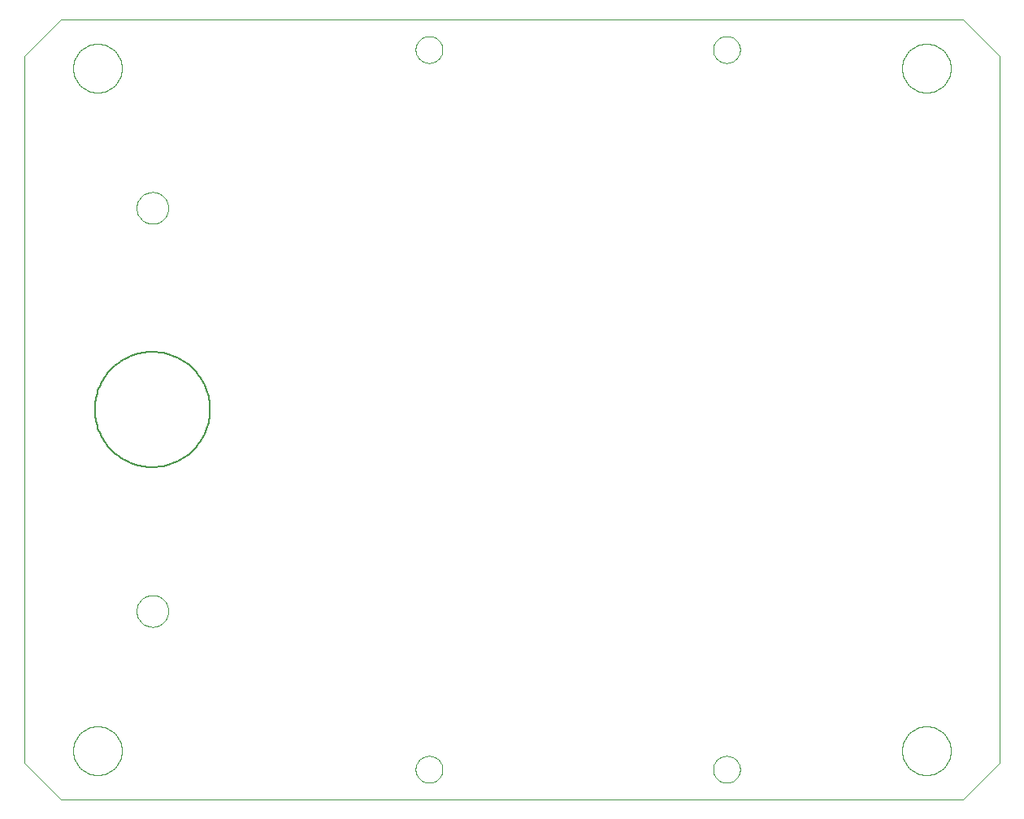
<source format=gko>
G75*
%MOIN*%
%OFA0B0*%
%FSLAX24Y24*%
%IPPOS*%
%LPD*%
%AMOC8*
5,1,8,0,0,1.08239X$1,22.5*
%
%ADD10C,0.0000*%
%ADD11C,0.0050*%
D10*
X003560Y007950D02*
X040560Y007950D01*
X042060Y009450D01*
X042060Y038450D01*
X040560Y039950D01*
X003560Y039950D01*
X002060Y038450D01*
X002060Y009450D01*
X003560Y007950D01*
X004060Y009950D02*
X004062Y010013D01*
X004068Y010075D01*
X004078Y010137D01*
X004091Y010199D01*
X004109Y010259D01*
X004130Y010318D01*
X004155Y010376D01*
X004184Y010432D01*
X004216Y010486D01*
X004251Y010538D01*
X004289Y010587D01*
X004331Y010635D01*
X004375Y010679D01*
X004423Y010721D01*
X004472Y010759D01*
X004524Y010794D01*
X004578Y010826D01*
X004634Y010855D01*
X004692Y010880D01*
X004751Y010901D01*
X004811Y010919D01*
X004873Y010932D01*
X004935Y010942D01*
X004997Y010948D01*
X005060Y010950D01*
X005123Y010948D01*
X005185Y010942D01*
X005247Y010932D01*
X005309Y010919D01*
X005369Y010901D01*
X005428Y010880D01*
X005486Y010855D01*
X005542Y010826D01*
X005596Y010794D01*
X005648Y010759D01*
X005697Y010721D01*
X005745Y010679D01*
X005789Y010635D01*
X005831Y010587D01*
X005869Y010538D01*
X005904Y010486D01*
X005936Y010432D01*
X005965Y010376D01*
X005990Y010318D01*
X006011Y010259D01*
X006029Y010199D01*
X006042Y010137D01*
X006052Y010075D01*
X006058Y010013D01*
X006060Y009950D01*
X006058Y009887D01*
X006052Y009825D01*
X006042Y009763D01*
X006029Y009701D01*
X006011Y009641D01*
X005990Y009582D01*
X005965Y009524D01*
X005936Y009468D01*
X005904Y009414D01*
X005869Y009362D01*
X005831Y009313D01*
X005789Y009265D01*
X005745Y009221D01*
X005697Y009179D01*
X005648Y009141D01*
X005596Y009106D01*
X005542Y009074D01*
X005486Y009045D01*
X005428Y009020D01*
X005369Y008999D01*
X005309Y008981D01*
X005247Y008968D01*
X005185Y008958D01*
X005123Y008952D01*
X005060Y008950D01*
X004997Y008952D01*
X004935Y008958D01*
X004873Y008968D01*
X004811Y008981D01*
X004751Y008999D01*
X004692Y009020D01*
X004634Y009045D01*
X004578Y009074D01*
X004524Y009106D01*
X004472Y009141D01*
X004423Y009179D01*
X004375Y009221D01*
X004331Y009265D01*
X004289Y009313D01*
X004251Y009362D01*
X004216Y009414D01*
X004184Y009468D01*
X004155Y009524D01*
X004130Y009582D01*
X004109Y009641D01*
X004091Y009701D01*
X004078Y009763D01*
X004068Y009825D01*
X004062Y009887D01*
X004060Y009950D01*
X006660Y015682D02*
X006662Y015732D01*
X006668Y015782D01*
X006678Y015832D01*
X006691Y015880D01*
X006708Y015928D01*
X006729Y015974D01*
X006753Y016018D01*
X006781Y016060D01*
X006812Y016100D01*
X006846Y016137D01*
X006883Y016172D01*
X006922Y016203D01*
X006963Y016232D01*
X007007Y016257D01*
X007053Y016279D01*
X007100Y016297D01*
X007148Y016311D01*
X007197Y016322D01*
X007247Y016329D01*
X007297Y016332D01*
X007348Y016331D01*
X007398Y016326D01*
X007448Y016317D01*
X007496Y016305D01*
X007544Y016288D01*
X007590Y016268D01*
X007635Y016245D01*
X007678Y016218D01*
X007718Y016188D01*
X007756Y016155D01*
X007791Y016119D01*
X007824Y016080D01*
X007853Y016039D01*
X007879Y015996D01*
X007902Y015951D01*
X007921Y015904D01*
X007936Y015856D01*
X007948Y015807D01*
X007956Y015757D01*
X007960Y015707D01*
X007960Y015657D01*
X007956Y015607D01*
X007948Y015557D01*
X007936Y015508D01*
X007921Y015460D01*
X007902Y015413D01*
X007879Y015368D01*
X007853Y015325D01*
X007824Y015284D01*
X007791Y015245D01*
X007756Y015209D01*
X007718Y015176D01*
X007678Y015146D01*
X007635Y015119D01*
X007590Y015096D01*
X007544Y015076D01*
X007496Y015059D01*
X007448Y015047D01*
X007398Y015038D01*
X007348Y015033D01*
X007297Y015032D01*
X007247Y015035D01*
X007197Y015042D01*
X007148Y015053D01*
X007100Y015067D01*
X007053Y015085D01*
X007007Y015107D01*
X006963Y015132D01*
X006922Y015161D01*
X006883Y015192D01*
X006846Y015227D01*
X006812Y015264D01*
X006781Y015304D01*
X006753Y015346D01*
X006729Y015390D01*
X006708Y015436D01*
X006691Y015484D01*
X006678Y015532D01*
X006668Y015582D01*
X006662Y015632D01*
X006660Y015682D01*
X018107Y009186D02*
X018109Y009233D01*
X018115Y009279D01*
X018125Y009325D01*
X018138Y009370D01*
X018156Y009413D01*
X018177Y009455D01*
X018201Y009495D01*
X018229Y009532D01*
X018260Y009567D01*
X018294Y009600D01*
X018330Y009629D01*
X018369Y009655D01*
X018410Y009678D01*
X018453Y009697D01*
X018497Y009713D01*
X018542Y009725D01*
X018588Y009733D01*
X018635Y009737D01*
X018681Y009737D01*
X018728Y009733D01*
X018774Y009725D01*
X018819Y009713D01*
X018863Y009697D01*
X018906Y009678D01*
X018947Y009655D01*
X018986Y009629D01*
X019022Y009600D01*
X019056Y009567D01*
X019087Y009532D01*
X019115Y009495D01*
X019139Y009455D01*
X019160Y009413D01*
X019178Y009370D01*
X019191Y009325D01*
X019201Y009279D01*
X019207Y009233D01*
X019209Y009186D01*
X019207Y009139D01*
X019201Y009093D01*
X019191Y009047D01*
X019178Y009002D01*
X019160Y008959D01*
X019139Y008917D01*
X019115Y008877D01*
X019087Y008840D01*
X019056Y008805D01*
X019022Y008772D01*
X018986Y008743D01*
X018947Y008717D01*
X018906Y008694D01*
X018863Y008675D01*
X018819Y008659D01*
X018774Y008647D01*
X018728Y008639D01*
X018681Y008635D01*
X018635Y008635D01*
X018588Y008639D01*
X018542Y008647D01*
X018497Y008659D01*
X018453Y008675D01*
X018410Y008694D01*
X018369Y008717D01*
X018330Y008743D01*
X018294Y008772D01*
X018260Y008805D01*
X018229Y008840D01*
X018201Y008877D01*
X018177Y008917D01*
X018156Y008959D01*
X018138Y009002D01*
X018125Y009047D01*
X018115Y009093D01*
X018109Y009139D01*
X018107Y009186D01*
X030311Y009186D02*
X030313Y009233D01*
X030319Y009279D01*
X030329Y009325D01*
X030342Y009370D01*
X030360Y009413D01*
X030381Y009455D01*
X030405Y009495D01*
X030433Y009532D01*
X030464Y009567D01*
X030498Y009600D01*
X030534Y009629D01*
X030573Y009655D01*
X030614Y009678D01*
X030657Y009697D01*
X030701Y009713D01*
X030746Y009725D01*
X030792Y009733D01*
X030839Y009737D01*
X030885Y009737D01*
X030932Y009733D01*
X030978Y009725D01*
X031023Y009713D01*
X031067Y009697D01*
X031110Y009678D01*
X031151Y009655D01*
X031190Y009629D01*
X031226Y009600D01*
X031260Y009567D01*
X031291Y009532D01*
X031319Y009495D01*
X031343Y009455D01*
X031364Y009413D01*
X031382Y009370D01*
X031395Y009325D01*
X031405Y009279D01*
X031411Y009233D01*
X031413Y009186D01*
X031411Y009139D01*
X031405Y009093D01*
X031395Y009047D01*
X031382Y009002D01*
X031364Y008959D01*
X031343Y008917D01*
X031319Y008877D01*
X031291Y008840D01*
X031260Y008805D01*
X031226Y008772D01*
X031190Y008743D01*
X031151Y008717D01*
X031110Y008694D01*
X031067Y008675D01*
X031023Y008659D01*
X030978Y008647D01*
X030932Y008639D01*
X030885Y008635D01*
X030839Y008635D01*
X030792Y008639D01*
X030746Y008647D01*
X030701Y008659D01*
X030657Y008675D01*
X030614Y008694D01*
X030573Y008717D01*
X030534Y008743D01*
X030498Y008772D01*
X030464Y008805D01*
X030433Y008840D01*
X030405Y008877D01*
X030381Y008917D01*
X030360Y008959D01*
X030342Y009002D01*
X030329Y009047D01*
X030319Y009093D01*
X030313Y009139D01*
X030311Y009186D01*
X038060Y009950D02*
X038062Y010013D01*
X038068Y010075D01*
X038078Y010137D01*
X038091Y010199D01*
X038109Y010259D01*
X038130Y010318D01*
X038155Y010376D01*
X038184Y010432D01*
X038216Y010486D01*
X038251Y010538D01*
X038289Y010587D01*
X038331Y010635D01*
X038375Y010679D01*
X038423Y010721D01*
X038472Y010759D01*
X038524Y010794D01*
X038578Y010826D01*
X038634Y010855D01*
X038692Y010880D01*
X038751Y010901D01*
X038811Y010919D01*
X038873Y010932D01*
X038935Y010942D01*
X038997Y010948D01*
X039060Y010950D01*
X039123Y010948D01*
X039185Y010942D01*
X039247Y010932D01*
X039309Y010919D01*
X039369Y010901D01*
X039428Y010880D01*
X039486Y010855D01*
X039542Y010826D01*
X039596Y010794D01*
X039648Y010759D01*
X039697Y010721D01*
X039745Y010679D01*
X039789Y010635D01*
X039831Y010587D01*
X039869Y010538D01*
X039904Y010486D01*
X039936Y010432D01*
X039965Y010376D01*
X039990Y010318D01*
X040011Y010259D01*
X040029Y010199D01*
X040042Y010137D01*
X040052Y010075D01*
X040058Y010013D01*
X040060Y009950D01*
X040058Y009887D01*
X040052Y009825D01*
X040042Y009763D01*
X040029Y009701D01*
X040011Y009641D01*
X039990Y009582D01*
X039965Y009524D01*
X039936Y009468D01*
X039904Y009414D01*
X039869Y009362D01*
X039831Y009313D01*
X039789Y009265D01*
X039745Y009221D01*
X039697Y009179D01*
X039648Y009141D01*
X039596Y009106D01*
X039542Y009074D01*
X039486Y009045D01*
X039428Y009020D01*
X039369Y008999D01*
X039309Y008981D01*
X039247Y008968D01*
X039185Y008958D01*
X039123Y008952D01*
X039060Y008950D01*
X038997Y008952D01*
X038935Y008958D01*
X038873Y008968D01*
X038811Y008981D01*
X038751Y008999D01*
X038692Y009020D01*
X038634Y009045D01*
X038578Y009074D01*
X038524Y009106D01*
X038472Y009141D01*
X038423Y009179D01*
X038375Y009221D01*
X038331Y009265D01*
X038289Y009313D01*
X038251Y009362D01*
X038216Y009414D01*
X038184Y009468D01*
X038155Y009524D01*
X038130Y009582D01*
X038109Y009641D01*
X038091Y009701D01*
X038078Y009763D01*
X038068Y009825D01*
X038062Y009887D01*
X038060Y009950D01*
X042060Y009450D02*
X042060Y009450D01*
X038060Y037950D02*
X038062Y038013D01*
X038068Y038075D01*
X038078Y038137D01*
X038091Y038199D01*
X038109Y038259D01*
X038130Y038318D01*
X038155Y038376D01*
X038184Y038432D01*
X038216Y038486D01*
X038251Y038538D01*
X038289Y038587D01*
X038331Y038635D01*
X038375Y038679D01*
X038423Y038721D01*
X038472Y038759D01*
X038524Y038794D01*
X038578Y038826D01*
X038634Y038855D01*
X038692Y038880D01*
X038751Y038901D01*
X038811Y038919D01*
X038873Y038932D01*
X038935Y038942D01*
X038997Y038948D01*
X039060Y038950D01*
X039123Y038948D01*
X039185Y038942D01*
X039247Y038932D01*
X039309Y038919D01*
X039369Y038901D01*
X039428Y038880D01*
X039486Y038855D01*
X039542Y038826D01*
X039596Y038794D01*
X039648Y038759D01*
X039697Y038721D01*
X039745Y038679D01*
X039789Y038635D01*
X039831Y038587D01*
X039869Y038538D01*
X039904Y038486D01*
X039936Y038432D01*
X039965Y038376D01*
X039990Y038318D01*
X040011Y038259D01*
X040029Y038199D01*
X040042Y038137D01*
X040052Y038075D01*
X040058Y038013D01*
X040060Y037950D01*
X040058Y037887D01*
X040052Y037825D01*
X040042Y037763D01*
X040029Y037701D01*
X040011Y037641D01*
X039990Y037582D01*
X039965Y037524D01*
X039936Y037468D01*
X039904Y037414D01*
X039869Y037362D01*
X039831Y037313D01*
X039789Y037265D01*
X039745Y037221D01*
X039697Y037179D01*
X039648Y037141D01*
X039596Y037106D01*
X039542Y037074D01*
X039486Y037045D01*
X039428Y037020D01*
X039369Y036999D01*
X039309Y036981D01*
X039247Y036968D01*
X039185Y036958D01*
X039123Y036952D01*
X039060Y036950D01*
X038997Y036952D01*
X038935Y036958D01*
X038873Y036968D01*
X038811Y036981D01*
X038751Y036999D01*
X038692Y037020D01*
X038634Y037045D01*
X038578Y037074D01*
X038524Y037106D01*
X038472Y037141D01*
X038423Y037179D01*
X038375Y037221D01*
X038331Y037265D01*
X038289Y037313D01*
X038251Y037362D01*
X038216Y037414D01*
X038184Y037468D01*
X038155Y037524D01*
X038130Y037582D01*
X038109Y037641D01*
X038091Y037701D01*
X038078Y037763D01*
X038068Y037825D01*
X038062Y037887D01*
X038060Y037950D01*
X042060Y038450D02*
X042060Y038450D01*
X030311Y038714D02*
X030313Y038761D01*
X030319Y038807D01*
X030329Y038853D01*
X030342Y038898D01*
X030360Y038941D01*
X030381Y038983D01*
X030405Y039023D01*
X030433Y039060D01*
X030464Y039095D01*
X030498Y039128D01*
X030534Y039157D01*
X030573Y039183D01*
X030614Y039206D01*
X030657Y039225D01*
X030701Y039241D01*
X030746Y039253D01*
X030792Y039261D01*
X030839Y039265D01*
X030885Y039265D01*
X030932Y039261D01*
X030978Y039253D01*
X031023Y039241D01*
X031067Y039225D01*
X031110Y039206D01*
X031151Y039183D01*
X031190Y039157D01*
X031226Y039128D01*
X031260Y039095D01*
X031291Y039060D01*
X031319Y039023D01*
X031343Y038983D01*
X031364Y038941D01*
X031382Y038898D01*
X031395Y038853D01*
X031405Y038807D01*
X031411Y038761D01*
X031413Y038714D01*
X031411Y038667D01*
X031405Y038621D01*
X031395Y038575D01*
X031382Y038530D01*
X031364Y038487D01*
X031343Y038445D01*
X031319Y038405D01*
X031291Y038368D01*
X031260Y038333D01*
X031226Y038300D01*
X031190Y038271D01*
X031151Y038245D01*
X031110Y038222D01*
X031067Y038203D01*
X031023Y038187D01*
X030978Y038175D01*
X030932Y038167D01*
X030885Y038163D01*
X030839Y038163D01*
X030792Y038167D01*
X030746Y038175D01*
X030701Y038187D01*
X030657Y038203D01*
X030614Y038222D01*
X030573Y038245D01*
X030534Y038271D01*
X030498Y038300D01*
X030464Y038333D01*
X030433Y038368D01*
X030405Y038405D01*
X030381Y038445D01*
X030360Y038487D01*
X030342Y038530D01*
X030329Y038575D01*
X030319Y038621D01*
X030313Y038667D01*
X030311Y038714D01*
X018107Y038714D02*
X018109Y038761D01*
X018115Y038807D01*
X018125Y038853D01*
X018138Y038898D01*
X018156Y038941D01*
X018177Y038983D01*
X018201Y039023D01*
X018229Y039060D01*
X018260Y039095D01*
X018294Y039128D01*
X018330Y039157D01*
X018369Y039183D01*
X018410Y039206D01*
X018453Y039225D01*
X018497Y039241D01*
X018542Y039253D01*
X018588Y039261D01*
X018635Y039265D01*
X018681Y039265D01*
X018728Y039261D01*
X018774Y039253D01*
X018819Y039241D01*
X018863Y039225D01*
X018906Y039206D01*
X018947Y039183D01*
X018986Y039157D01*
X019022Y039128D01*
X019056Y039095D01*
X019087Y039060D01*
X019115Y039023D01*
X019139Y038983D01*
X019160Y038941D01*
X019178Y038898D01*
X019191Y038853D01*
X019201Y038807D01*
X019207Y038761D01*
X019209Y038714D01*
X019207Y038667D01*
X019201Y038621D01*
X019191Y038575D01*
X019178Y038530D01*
X019160Y038487D01*
X019139Y038445D01*
X019115Y038405D01*
X019087Y038368D01*
X019056Y038333D01*
X019022Y038300D01*
X018986Y038271D01*
X018947Y038245D01*
X018906Y038222D01*
X018863Y038203D01*
X018819Y038187D01*
X018774Y038175D01*
X018728Y038167D01*
X018681Y038163D01*
X018635Y038163D01*
X018588Y038167D01*
X018542Y038175D01*
X018497Y038187D01*
X018453Y038203D01*
X018410Y038222D01*
X018369Y038245D01*
X018330Y038271D01*
X018294Y038300D01*
X018260Y038333D01*
X018229Y038368D01*
X018201Y038405D01*
X018177Y038445D01*
X018156Y038487D01*
X018138Y038530D01*
X018125Y038575D01*
X018115Y038621D01*
X018109Y038667D01*
X018107Y038714D01*
X006660Y032218D02*
X006662Y032268D01*
X006668Y032318D01*
X006678Y032368D01*
X006691Y032416D01*
X006708Y032464D01*
X006729Y032510D01*
X006753Y032554D01*
X006781Y032596D01*
X006812Y032636D01*
X006846Y032673D01*
X006883Y032708D01*
X006922Y032739D01*
X006963Y032768D01*
X007007Y032793D01*
X007053Y032815D01*
X007100Y032833D01*
X007148Y032847D01*
X007197Y032858D01*
X007247Y032865D01*
X007297Y032868D01*
X007348Y032867D01*
X007398Y032862D01*
X007448Y032853D01*
X007496Y032841D01*
X007544Y032824D01*
X007590Y032804D01*
X007635Y032781D01*
X007678Y032754D01*
X007718Y032724D01*
X007756Y032691D01*
X007791Y032655D01*
X007824Y032616D01*
X007853Y032575D01*
X007879Y032532D01*
X007902Y032487D01*
X007921Y032440D01*
X007936Y032392D01*
X007948Y032343D01*
X007956Y032293D01*
X007960Y032243D01*
X007960Y032193D01*
X007956Y032143D01*
X007948Y032093D01*
X007936Y032044D01*
X007921Y031996D01*
X007902Y031949D01*
X007879Y031904D01*
X007853Y031861D01*
X007824Y031820D01*
X007791Y031781D01*
X007756Y031745D01*
X007718Y031712D01*
X007678Y031682D01*
X007635Y031655D01*
X007590Y031632D01*
X007544Y031612D01*
X007496Y031595D01*
X007448Y031583D01*
X007398Y031574D01*
X007348Y031569D01*
X007297Y031568D01*
X007247Y031571D01*
X007197Y031578D01*
X007148Y031589D01*
X007100Y031603D01*
X007053Y031621D01*
X007007Y031643D01*
X006963Y031668D01*
X006922Y031697D01*
X006883Y031728D01*
X006846Y031763D01*
X006812Y031800D01*
X006781Y031840D01*
X006753Y031882D01*
X006729Y031926D01*
X006708Y031972D01*
X006691Y032020D01*
X006678Y032068D01*
X006668Y032118D01*
X006662Y032168D01*
X006660Y032218D01*
X004060Y037950D02*
X004062Y038013D01*
X004068Y038075D01*
X004078Y038137D01*
X004091Y038199D01*
X004109Y038259D01*
X004130Y038318D01*
X004155Y038376D01*
X004184Y038432D01*
X004216Y038486D01*
X004251Y038538D01*
X004289Y038587D01*
X004331Y038635D01*
X004375Y038679D01*
X004423Y038721D01*
X004472Y038759D01*
X004524Y038794D01*
X004578Y038826D01*
X004634Y038855D01*
X004692Y038880D01*
X004751Y038901D01*
X004811Y038919D01*
X004873Y038932D01*
X004935Y038942D01*
X004997Y038948D01*
X005060Y038950D01*
X005123Y038948D01*
X005185Y038942D01*
X005247Y038932D01*
X005309Y038919D01*
X005369Y038901D01*
X005428Y038880D01*
X005486Y038855D01*
X005542Y038826D01*
X005596Y038794D01*
X005648Y038759D01*
X005697Y038721D01*
X005745Y038679D01*
X005789Y038635D01*
X005831Y038587D01*
X005869Y038538D01*
X005904Y038486D01*
X005936Y038432D01*
X005965Y038376D01*
X005990Y038318D01*
X006011Y038259D01*
X006029Y038199D01*
X006042Y038137D01*
X006052Y038075D01*
X006058Y038013D01*
X006060Y037950D01*
X006058Y037887D01*
X006052Y037825D01*
X006042Y037763D01*
X006029Y037701D01*
X006011Y037641D01*
X005990Y037582D01*
X005965Y037524D01*
X005936Y037468D01*
X005904Y037414D01*
X005869Y037362D01*
X005831Y037313D01*
X005789Y037265D01*
X005745Y037221D01*
X005697Y037179D01*
X005648Y037141D01*
X005596Y037106D01*
X005542Y037074D01*
X005486Y037045D01*
X005428Y037020D01*
X005369Y036999D01*
X005309Y036981D01*
X005247Y036968D01*
X005185Y036958D01*
X005123Y036952D01*
X005060Y036950D01*
X004997Y036952D01*
X004935Y036958D01*
X004873Y036968D01*
X004811Y036981D01*
X004751Y036999D01*
X004692Y037020D01*
X004634Y037045D01*
X004578Y037074D01*
X004524Y037106D01*
X004472Y037141D01*
X004423Y037179D01*
X004375Y037221D01*
X004331Y037265D01*
X004289Y037313D01*
X004251Y037362D01*
X004216Y037414D01*
X004184Y037468D01*
X004155Y037524D01*
X004130Y037582D01*
X004109Y037641D01*
X004091Y037701D01*
X004078Y037763D01*
X004068Y037825D01*
X004062Y037887D01*
X004060Y037950D01*
D11*
X004948Y023950D02*
X004950Y024047D01*
X004956Y024144D01*
X004966Y024240D01*
X004980Y024336D01*
X004998Y024432D01*
X005019Y024526D01*
X005045Y024620D01*
X005074Y024712D01*
X005108Y024803D01*
X005144Y024893D01*
X005185Y024981D01*
X005229Y025067D01*
X005277Y025152D01*
X005328Y025234D01*
X005382Y025315D01*
X005440Y025393D01*
X005501Y025468D01*
X005564Y025541D01*
X005631Y025612D01*
X005701Y025679D01*
X005773Y025744D01*
X005848Y025805D01*
X005926Y025864D01*
X006005Y025919D01*
X006087Y025971D01*
X006171Y026019D01*
X006257Y026064D01*
X006345Y026106D01*
X006434Y026144D01*
X006525Y026178D01*
X006617Y026208D01*
X006710Y026235D01*
X006805Y026257D01*
X006900Y026276D01*
X006996Y026291D01*
X007092Y026302D01*
X007189Y026309D01*
X007286Y026312D01*
X007383Y026311D01*
X007480Y026306D01*
X007576Y026297D01*
X007672Y026284D01*
X007768Y026267D01*
X007863Y026246D01*
X007956Y026222D01*
X008049Y026193D01*
X008141Y026161D01*
X008231Y026125D01*
X008319Y026086D01*
X008406Y026042D01*
X008491Y025996D01*
X008574Y025945D01*
X008655Y025892D01*
X008733Y025835D01*
X008810Y025775D01*
X008883Y025712D01*
X008954Y025646D01*
X009022Y025577D01*
X009088Y025505D01*
X009150Y025431D01*
X009209Y025354D01*
X009265Y025275D01*
X009318Y025193D01*
X009368Y025110D01*
X009413Y025024D01*
X009456Y024937D01*
X009495Y024848D01*
X009530Y024758D01*
X009561Y024666D01*
X009588Y024573D01*
X009612Y024479D01*
X009632Y024384D01*
X009648Y024288D01*
X009660Y024192D01*
X009668Y024095D01*
X009672Y023998D01*
X009672Y023902D01*
X009668Y023805D01*
X009660Y023708D01*
X009648Y023612D01*
X009632Y023516D01*
X009612Y023421D01*
X009588Y023327D01*
X009561Y023234D01*
X009530Y023142D01*
X009495Y023052D01*
X009456Y022963D01*
X009413Y022876D01*
X009368Y022790D01*
X009318Y022707D01*
X009265Y022625D01*
X009209Y022546D01*
X009150Y022469D01*
X009088Y022395D01*
X009022Y022323D01*
X008954Y022254D01*
X008883Y022188D01*
X008810Y022125D01*
X008733Y022065D01*
X008655Y022008D01*
X008574Y021955D01*
X008491Y021904D01*
X008406Y021858D01*
X008319Y021814D01*
X008231Y021775D01*
X008141Y021739D01*
X008049Y021707D01*
X007956Y021678D01*
X007863Y021654D01*
X007768Y021633D01*
X007672Y021616D01*
X007576Y021603D01*
X007480Y021594D01*
X007383Y021589D01*
X007286Y021588D01*
X007189Y021591D01*
X007092Y021598D01*
X006996Y021609D01*
X006900Y021624D01*
X006805Y021643D01*
X006710Y021665D01*
X006617Y021692D01*
X006525Y021722D01*
X006434Y021756D01*
X006345Y021794D01*
X006257Y021836D01*
X006171Y021881D01*
X006087Y021929D01*
X006005Y021981D01*
X005926Y022036D01*
X005848Y022095D01*
X005773Y022156D01*
X005701Y022221D01*
X005631Y022288D01*
X005564Y022359D01*
X005501Y022432D01*
X005440Y022507D01*
X005382Y022585D01*
X005328Y022666D01*
X005277Y022748D01*
X005229Y022833D01*
X005185Y022919D01*
X005144Y023007D01*
X005108Y023097D01*
X005074Y023188D01*
X005045Y023280D01*
X005019Y023374D01*
X004998Y023468D01*
X004980Y023564D01*
X004966Y023660D01*
X004956Y023756D01*
X004950Y023853D01*
X004948Y023950D01*
M02*

</source>
